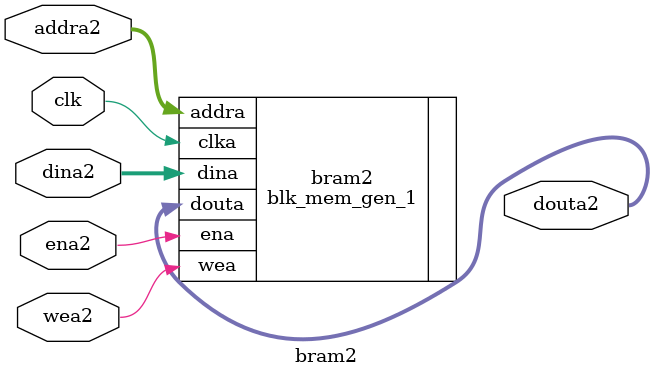
<source format=v>
`timescale 1ns / 1ps


module bram2(
input clk,
input ena2,
input wea2,
input [7 : 0]addra2,
input [15:0]dina2,
output [15:0]douta2
);
blk_mem_gen_1  bram2 (
  .clka(clk),    // input wire clka
  .ena(ena2),      // input wire ena
  .wea(wea2),      // input wire [0 : 0] wea
  .addra(addra2),  // input wire [7 : 0] addra
  .dina(dina2),    // input wire [15 : 0] dina
  .douta(douta2)  // output wire [15 : 0] douta
);
endmodule 

</source>
